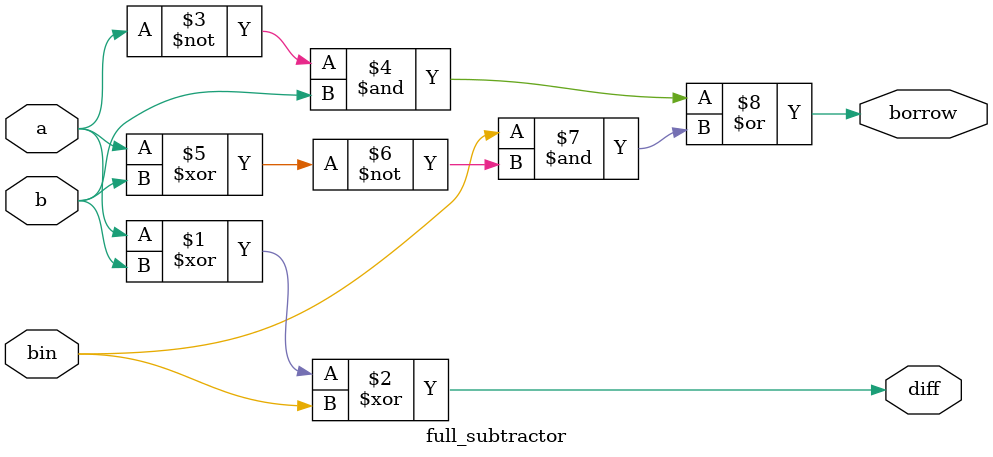
<source format=v>

module full_subtractor (
    input  a, b, bin,
    output diff, borrow
);
    assign diff   = a ^ b ^ bin; 
    assign borrow = (~a & b) | (bin & (~(a ^ b)));
endmodule
</source>
